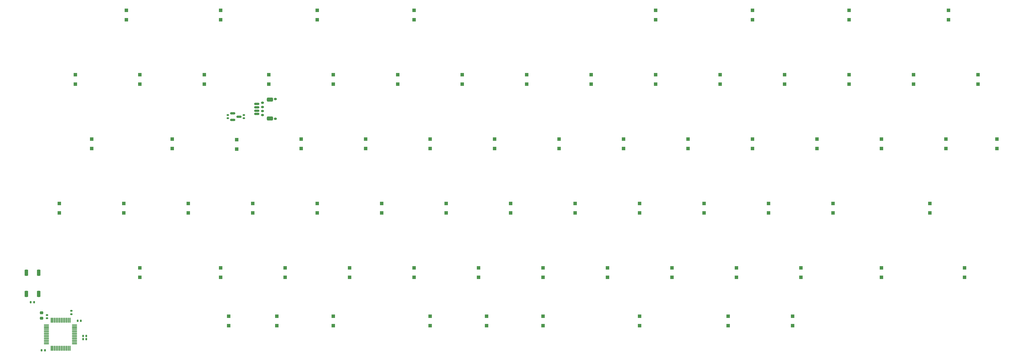
<source format=gbr>
%TF.GenerationSoftware,KiCad,Pcbnew,(7.0.0)*%
%TF.CreationDate,2024-01-04T19:09:41+01:00*%
%TF.ProjectId,HP 2621,48502032-3632-4312-9e6b-696361645f70,rev?*%
%TF.SameCoordinates,Original*%
%TF.FileFunction,Paste,Bot*%
%TF.FilePolarity,Positive*%
%FSLAX46Y46*%
G04 Gerber Fmt 4.6, Leading zero omitted, Abs format (unit mm)*
G04 Created by KiCad (PCBNEW (7.0.0)) date 2024-01-04 19:09:41*
%MOMM*%
%LPD*%
G01*
G04 APERTURE LIST*
G04 Aperture macros list*
%AMRoundRect*
0 Rectangle with rounded corners*
0 $1 Rounding radius*
0 $2 $3 $4 $5 $6 $7 $8 $9 X,Y pos of 4 corners*
0 Add a 4 corners polygon primitive as box body*
4,1,4,$2,$3,$4,$5,$6,$7,$8,$9,$2,$3,0*
0 Add four circle primitives for the rounded corners*
1,1,$1+$1,$2,$3*
1,1,$1+$1,$4,$5*
1,1,$1+$1,$6,$7*
1,1,$1+$1,$8,$9*
0 Add four rect primitives between the rounded corners*
20,1,$1+$1,$2,$3,$4,$5,0*
20,1,$1+$1,$4,$5,$6,$7,0*
20,1,$1+$1,$6,$7,$8,$9,0*
20,1,$1+$1,$8,$9,$2,$3,0*%
G04 Aperture macros list end*
%ADD10RoundRect,0.150000X-0.625000X0.150000X-0.625000X-0.150000X0.625000X-0.150000X0.625000X0.150000X0*%
%ADD11RoundRect,0.250000X-0.650000X0.350000X-0.650000X-0.350000X0.650000X-0.350000X0.650000X0.350000X0*%
%ADD12RoundRect,0.250000X0.300000X-0.300000X0.300000X0.300000X-0.300000X0.300000X-0.300000X-0.300000X0*%
%ADD13RoundRect,0.075000X0.662500X0.075000X-0.662500X0.075000X-0.662500X-0.075000X0.662500X-0.075000X0*%
%ADD14RoundRect,0.075000X0.075000X0.662500X-0.075000X0.662500X-0.075000X-0.662500X0.075000X-0.662500X0*%
%ADD15RoundRect,0.140000X0.170000X-0.140000X0.170000X0.140000X-0.170000X0.140000X-0.170000X-0.140000X0*%
%ADD16RoundRect,0.140000X-0.140000X-0.170000X0.140000X-0.170000X0.140000X0.170000X-0.140000X0.170000X0*%
%ADD17RoundRect,0.250000X-0.300000X0.300000X-0.300000X-0.300000X0.300000X-0.300000X0.300000X0.300000X0*%
%ADD18RoundRect,0.140000X0.140000X0.170000X-0.140000X0.170000X-0.140000X-0.170000X0.140000X-0.170000X0*%
%ADD19RoundRect,0.140000X-0.170000X0.140000X-0.170000X-0.140000X0.170000X-0.140000X0.170000X0.140000X0*%
%ADD20RoundRect,0.275000X0.275000X-0.625000X0.275000X0.625000X-0.275000X0.625000X-0.275000X-0.625000X0*%
%ADD21RoundRect,0.150000X-0.587500X-0.150000X0.587500X-0.150000X0.587500X0.150000X-0.587500X0.150000X0*%
%ADD22RoundRect,0.225000X0.250000X-0.225000X0.250000X0.225000X-0.250000X0.225000X-0.250000X-0.225000X0*%
%ADD23RoundRect,0.150000X-0.275000X0.150000X-0.275000X-0.150000X0.275000X-0.150000X0.275000X0.150000X0*%
%ADD24RoundRect,0.175000X-0.225000X0.175000X-0.225000X-0.175000X0.225000X-0.175000X0.225000X0.175000X0*%
%ADD25RoundRect,0.135000X-0.135000X-0.185000X0.135000X-0.185000X0.135000X0.185000X-0.135000X0.185000X0*%
G04 APERTURE END LIST*
D10*
%TO.C,J1*%
X82137500Y-51681250D03*
X82137500Y-52681250D03*
X82137500Y-53681250D03*
X82137500Y-54681250D03*
D11*
X86012500Y-50381250D03*
X86012500Y-55981250D03*
%TD*%
D12*
%TO.C,D29*%
X133350000Y-64900000D03*
X133350000Y-62100000D03*
%TD*%
%TO.C,D60*%
X185737500Y-103000000D03*
X185737500Y-100200000D03*
%TD*%
D13*
%TO.C,U2*%
X28306250Y-117106250D03*
X28306250Y-117606250D03*
X28306250Y-118106250D03*
X28306250Y-118606250D03*
X28306250Y-119106250D03*
X28306250Y-119606250D03*
X28306250Y-120106250D03*
X28306250Y-120606250D03*
X28306250Y-121106250D03*
X28306250Y-121606250D03*
X28306250Y-122106250D03*
X28306250Y-122606250D03*
D14*
X26893750Y-124018750D03*
X26393750Y-124018750D03*
X25893750Y-124018750D03*
X25393750Y-124018750D03*
X24893750Y-124018750D03*
X24393750Y-124018750D03*
X23893750Y-124018750D03*
X23393750Y-124018750D03*
X22893750Y-124018750D03*
X22393750Y-124018750D03*
X21893750Y-124018750D03*
X21393750Y-124018750D03*
D13*
X19981250Y-122606250D03*
X19981250Y-122106250D03*
X19981250Y-121606250D03*
X19981250Y-121106250D03*
X19981250Y-120606250D03*
X19981250Y-120106250D03*
X19981250Y-119606250D03*
X19981250Y-119106250D03*
X19981250Y-118606250D03*
X19981250Y-118106250D03*
X19981250Y-117606250D03*
X19981250Y-117106250D03*
D14*
X21393750Y-115693750D03*
X21893750Y-115693750D03*
X22393750Y-115693750D03*
X22893750Y-115693750D03*
X23393750Y-115693750D03*
X23893750Y-115693750D03*
X24393750Y-115693750D03*
X24893750Y-115693750D03*
X25393750Y-115693750D03*
X25893750Y-115693750D03*
X26393750Y-115693750D03*
X26893750Y-115693750D03*
%TD*%
D12*
%TO.C,D27*%
X95250000Y-64900000D03*
X95250000Y-62100000D03*
%TD*%
%TO.C,D8*%
X286543750Y-26800000D03*
X286543750Y-24000000D03*
%TD*%
D15*
%TO.C,C5*%
X20175000Y-115093750D03*
X20175000Y-114133750D03*
%TD*%
D12*
%TO.C,D10*%
X47625000Y-45850000D03*
X47625000Y-43050000D03*
%TD*%
%TO.C,D37*%
X285750000Y-64900000D03*
X285750000Y-62100000D03*
%TD*%
D16*
%TO.C,C7*%
X30807500Y-120313728D03*
X31767500Y-120313728D03*
%TD*%
D12*
%TO.C,D61*%
X204787500Y-103000000D03*
X204787500Y-100200000D03*
%TD*%
%TO.C,D30*%
X152400000Y-64900000D03*
X152400000Y-62100000D03*
%TD*%
%TO.C,D65*%
X291306250Y-103000000D03*
X291306250Y-100200000D03*
%TD*%
D15*
%TO.C,C9*%
X73606237Y-55952595D03*
X73606237Y-54992595D03*
%TD*%
D17*
%TO.C,D72*%
X195262500Y-114487500D03*
X195262500Y-117287500D03*
%TD*%
D12*
%TO.C,D42*%
X80962500Y-83950000D03*
X80962500Y-81150000D03*
%TD*%
%TO.C,D13*%
X104775000Y-45850000D03*
X104775000Y-43050000D03*
%TD*%
D17*
%TO.C,D71*%
X166687500Y-114487500D03*
X166687500Y-117287500D03*
%TD*%
D12*
%TO.C,D28*%
X114300000Y-64900000D03*
X114300000Y-62100000D03*
%TD*%
%TO.C,D62*%
X223837500Y-103000000D03*
X223837500Y-100200000D03*
%TD*%
%TO.C,D43*%
X100012500Y-83950000D03*
X100012500Y-81150000D03*
%TD*%
%TO.C,D31*%
X171450000Y-64900000D03*
X171450000Y-62100000D03*
%TD*%
%TO.C,D17*%
X180975000Y-45850000D03*
X180975000Y-43050000D03*
%TD*%
%TO.C,D3*%
X100012500Y-26800000D03*
X100012500Y-24000000D03*
%TD*%
%TO.C,D39*%
X23812500Y-83950000D03*
X23812500Y-81150000D03*
%TD*%
D18*
%TO.C,C4*%
X19547500Y-124618750D03*
X18587500Y-124618750D03*
%TD*%
D12*
%TO.C,D54*%
X71437500Y-103000000D03*
X71437500Y-100200000D03*
%TD*%
%TO.C,D6*%
X228600000Y-26800000D03*
X228600000Y-24000000D03*
%TD*%
D15*
%TO.C,C1*%
X27318750Y-113890483D03*
X27318750Y-112930483D03*
%TD*%
D12*
%TO.C,D22*%
X276225000Y-45850000D03*
X276225000Y-43050000D03*
%TD*%
%TO.C,D14*%
X123825000Y-45850000D03*
X123825000Y-43050000D03*
%TD*%
%TO.C,D11*%
X66675000Y-45850000D03*
X66675000Y-43050000D03*
%TD*%
%TO.C,D40*%
X42862500Y-83950000D03*
X42862500Y-81150000D03*
%TD*%
%TO.C,D15*%
X142875000Y-45850000D03*
X142875000Y-43050000D03*
%TD*%
%TO.C,D18*%
X200025000Y-45850000D03*
X200025000Y-43050000D03*
%TD*%
D17*
%TO.C,D67*%
X88106250Y-114487500D03*
X88106250Y-117287500D03*
%TD*%
D16*
%TO.C,C3*%
X30812236Y-121289389D03*
X31772236Y-121289389D03*
%TD*%
D12*
%TO.C,D25*%
X57150000Y-64900000D03*
X57150000Y-62100000D03*
%TD*%
%TO.C,D16*%
X161925000Y-45850000D03*
X161925000Y-43050000D03*
%TD*%
D17*
%TO.C,D69*%
X133350000Y-114487500D03*
X133350000Y-117287500D03*
%TD*%
%TO.C,D70*%
X150018750Y-114487500D03*
X150018750Y-117287500D03*
%TD*%
D12*
%TO.C,D7*%
X257175000Y-26800000D03*
X257175000Y-24000000D03*
%TD*%
%TO.C,D63*%
X242887500Y-103000000D03*
X242887500Y-100200000D03*
%TD*%
%TO.C,D5*%
X200025000Y-26800000D03*
X200025000Y-24000000D03*
%TD*%
%TO.C,D24*%
X33337500Y-64900000D03*
X33337500Y-62100000D03*
%TD*%
D19*
%TO.C,C8*%
X78368737Y-54992595D03*
X78368737Y-55952595D03*
%TD*%
D12*
%TO.C,D45*%
X138112500Y-83950000D03*
X138112500Y-81150000D03*
%TD*%
D20*
%TO.C,SW5*%
X17725000Y-107875000D03*
X17725000Y-101675000D03*
X14025000Y-107875000D03*
X14025000Y-101675000D03*
%TD*%
D17*
%TO.C,D68*%
X104775000Y-114487500D03*
X104775000Y-117287500D03*
%TD*%
D16*
%TO.C,C2*%
X29220000Y-115887500D03*
X30180000Y-115887500D03*
%TD*%
D12*
%TO.C,D33*%
X209550000Y-64900000D03*
X209550000Y-62100000D03*
%TD*%
%TO.C,D53*%
X47625000Y-103000000D03*
X47625000Y-100200000D03*
%TD*%
%TO.C,D46*%
X157162500Y-83950000D03*
X157162500Y-81150000D03*
%TD*%
%TO.C,D34*%
X228600000Y-64900000D03*
X228600000Y-62100000D03*
%TD*%
D17*
%TO.C,D73*%
X221456250Y-114487500D03*
X221456250Y-117287500D03*
%TD*%
D12*
%TO.C,D59*%
X166687500Y-103000000D03*
X166687500Y-100200000D03*
%TD*%
%TO.C,D58*%
X147637500Y-103000000D03*
X147637500Y-100200000D03*
%TD*%
%TO.C,D55*%
X90487500Y-103000000D03*
X90487500Y-100200000D03*
%TD*%
%TO.C,D56*%
X109537500Y-103000000D03*
X109537500Y-100200000D03*
%TD*%
D21*
%TO.C,U1*%
X75049987Y-56422595D03*
X75049987Y-54522595D03*
X76924987Y-55472595D03*
%TD*%
D12*
%TO.C,D50*%
X233362500Y-83950000D03*
X233362500Y-81150000D03*
%TD*%
D22*
%TO.C,C6*%
X18587500Y-115075000D03*
X18587500Y-113525000D03*
%TD*%
D12*
%TO.C,D1*%
X43656250Y-26800000D03*
X43656250Y-24000000D03*
%TD*%
%TO.C,D36*%
X266700000Y-64900000D03*
X266700000Y-62100000D03*
%TD*%
%TO.C,D9*%
X28575000Y-45850000D03*
X28575000Y-43050000D03*
%TD*%
%TO.C,D44*%
X119062500Y-83950000D03*
X119062500Y-81150000D03*
%TD*%
%TO.C,D52*%
X280987500Y-83950000D03*
X280987500Y-81150000D03*
%TD*%
D23*
%TO.C,J2*%
X83850000Y-51381250D03*
X83850000Y-52581250D03*
X83850000Y-53781250D03*
X83850000Y-54981250D03*
D24*
X87625000Y-50231250D03*
X87625000Y-56131250D03*
%TD*%
D17*
%TO.C,D66*%
X73818750Y-114487500D03*
X73818750Y-117287500D03*
%TD*%
D12*
%TO.C,D12*%
X85725000Y-45850000D03*
X85725000Y-43050000D03*
%TD*%
%TO.C,D64*%
X266700000Y-103000000D03*
X266700000Y-100200000D03*
%TD*%
%TO.C,D35*%
X247650000Y-64900000D03*
X247650000Y-62100000D03*
%TD*%
%TO.C,D51*%
X252412500Y-83950000D03*
X252412500Y-81150000D03*
%TD*%
%TO.C,D41*%
X61912500Y-83950000D03*
X61912500Y-81150000D03*
%TD*%
%TO.C,D47*%
X176212500Y-83950000D03*
X176212500Y-81150000D03*
%TD*%
%TO.C,D4*%
X128587500Y-26800000D03*
X128587500Y-24000000D03*
%TD*%
D17*
%TO.C,D74*%
X240506250Y-114487500D03*
X240506250Y-117287500D03*
%TD*%
D12*
%TO.C,D26*%
X76200000Y-65087500D03*
X76200000Y-62287500D03*
%TD*%
%TO.C,D32*%
X190500000Y-64900000D03*
X190500000Y-62100000D03*
%TD*%
%TO.C,D21*%
X257175000Y-45850000D03*
X257175000Y-43050000D03*
%TD*%
%TO.C,D48*%
X195262500Y-83950000D03*
X195262500Y-81150000D03*
%TD*%
%TO.C,D38*%
X300831250Y-64900000D03*
X300831250Y-62100000D03*
%TD*%
%TO.C,D23*%
X295275000Y-45850000D03*
X295275000Y-43050000D03*
%TD*%
%TO.C,D2*%
X71437500Y-26800000D03*
X71437500Y-24000000D03*
%TD*%
%TO.C,D57*%
X128587500Y-103000000D03*
X128587500Y-100200000D03*
%TD*%
%TO.C,D20*%
X238125000Y-45850000D03*
X238125000Y-43050000D03*
%TD*%
D25*
%TO.C,R1*%
X15365000Y-110331250D03*
X16385000Y-110331250D03*
%TD*%
D12*
%TO.C,D19*%
X219075000Y-45850000D03*
X219075000Y-43050000D03*
%TD*%
%TO.C,D49*%
X214312500Y-83950000D03*
X214312500Y-81150000D03*
%TD*%
M02*

</source>
